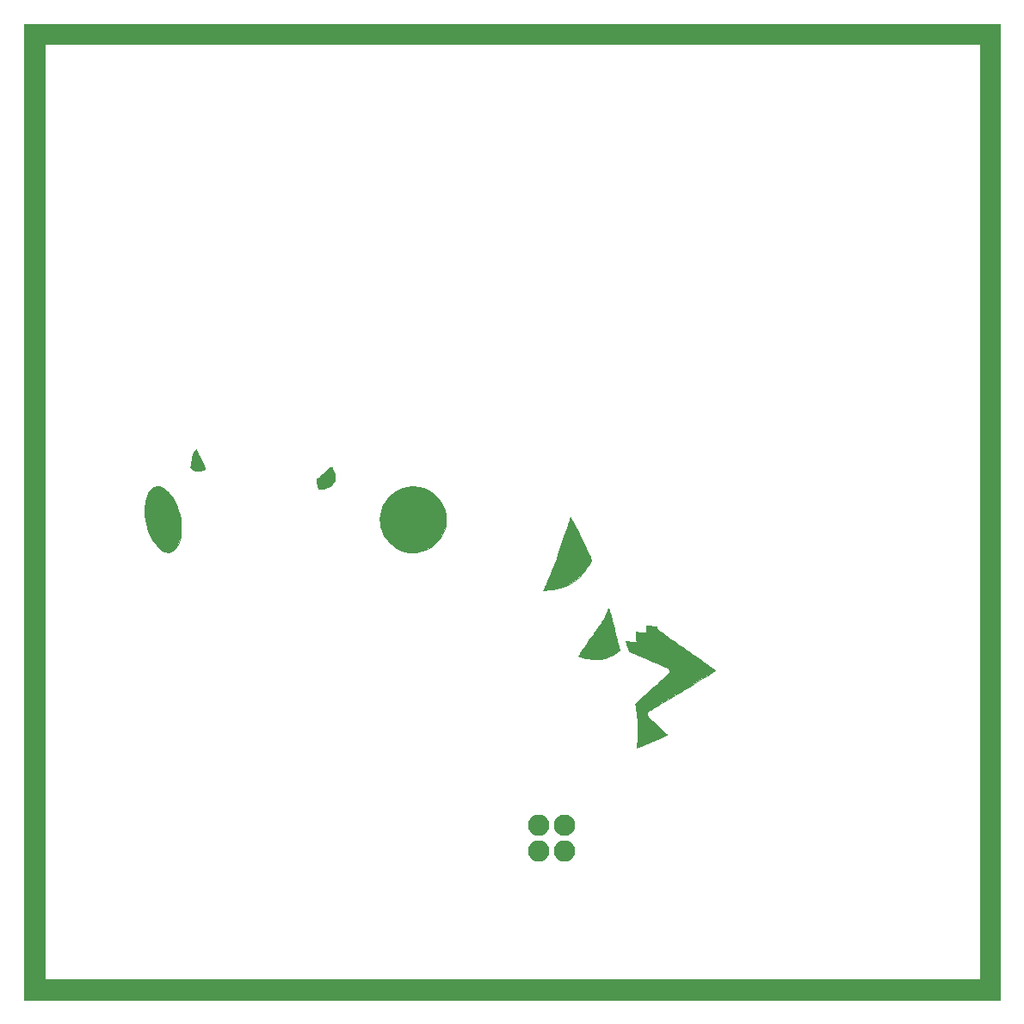
<source format=gts>
G04 #@! TF.FileFunction,Soldermask,Top*
%FSLAX46Y46*%
G04 Gerber Fmt 4.6, Leading zero omitted, Abs format (unit mm)*
G04 Created by KiCad (PCBNEW 4.0.7) date 07/16/18 22:17:09*
%MOMM*%
%LPD*%
G01*
G04 APERTURE LIST*
%ADD10C,0.100000*%
%ADD11C,0.010000*%
%ADD12C,2.100000*%
%ADD13O,2.100000X2.100000*%
G04 APERTURE END LIST*
D10*
D11*
G36*
X188468000Y-133096000D02*
X92477167Y-133096000D01*
X92477167Y-107041519D01*
X94470659Y-107041519D01*
X94470666Y-108185055D01*
X94470682Y-109308253D01*
X94470708Y-110410505D01*
X94470742Y-111491202D01*
X94470786Y-112549736D01*
X94470838Y-113585499D01*
X94470900Y-114597881D01*
X94470970Y-115586275D01*
X94471049Y-116550071D01*
X94471137Y-117488662D01*
X94471234Y-118401438D01*
X94471339Y-119287792D01*
X94471453Y-120147114D01*
X94471576Y-120978797D01*
X94471707Y-121782231D01*
X94471846Y-122556808D01*
X94471993Y-123301920D01*
X94472149Y-124016958D01*
X94472313Y-124701314D01*
X94472485Y-125354379D01*
X94472665Y-125975544D01*
X94472854Y-126564201D01*
X94473050Y-127119742D01*
X94473254Y-127641557D01*
X94473466Y-128129040D01*
X94473686Y-128581580D01*
X94473913Y-128998569D01*
X94474148Y-129379400D01*
X94474391Y-129723463D01*
X94474641Y-130030149D01*
X94474899Y-130298851D01*
X94475164Y-130528960D01*
X94475436Y-130719867D01*
X94475716Y-130870964D01*
X94476003Y-130981643D01*
X94476297Y-131051294D01*
X94476598Y-131079309D01*
X94476642Y-131079880D01*
X94484168Y-131080882D01*
X94506277Y-131081859D01*
X94543418Y-131082811D01*
X94596045Y-131083737D01*
X94664607Y-131084638D01*
X94749556Y-131085514D01*
X94851344Y-131086365D01*
X94970420Y-131087191D01*
X95107237Y-131087994D01*
X95262246Y-131088772D01*
X95435898Y-131089526D01*
X95628643Y-131090257D01*
X95840933Y-131090964D01*
X96073220Y-131091648D01*
X96325954Y-131092308D01*
X96599587Y-131092946D01*
X96894570Y-131093561D01*
X97211353Y-131094154D01*
X97550388Y-131094724D01*
X97912127Y-131095273D01*
X98297019Y-131095799D01*
X98705518Y-131096304D01*
X99138073Y-131096788D01*
X99595136Y-131097250D01*
X100077157Y-131097691D01*
X100584589Y-131098112D01*
X101117882Y-131098512D01*
X101677488Y-131098891D01*
X102263857Y-131099251D01*
X102877441Y-131099590D01*
X103518691Y-131099910D01*
X104188058Y-131100210D01*
X104885993Y-131100490D01*
X105612947Y-131100752D01*
X106369373Y-131100995D01*
X107155719Y-131101218D01*
X107972439Y-131101424D01*
X108819982Y-131101611D01*
X109698801Y-131101780D01*
X110609346Y-131101931D01*
X111552069Y-131102064D01*
X112527420Y-131102180D01*
X113535851Y-131102279D01*
X114577813Y-131102361D01*
X115653757Y-131102425D01*
X116764134Y-131102474D01*
X117909396Y-131102505D01*
X119089993Y-131102521D01*
X120306377Y-131102520D01*
X121558999Y-131102504D01*
X122848310Y-131102472D01*
X124174761Y-131102424D01*
X125538804Y-131102362D01*
X126940889Y-131102284D01*
X128381467Y-131102192D01*
X129860991Y-131102085D01*
X131379910Y-131101963D01*
X132938677Y-131101828D01*
X134537742Y-131101678D01*
X136177556Y-131101515D01*
X137858571Y-131101339D01*
X139581238Y-131101148D01*
X140477212Y-131101046D01*
X186467750Y-131095750D01*
X186467750Y-39105417D01*
X94477417Y-39105417D01*
X94472013Y-85079417D01*
X94471854Y-86475588D01*
X94471705Y-87861766D01*
X94471566Y-89237343D01*
X94471437Y-90601711D01*
X94471318Y-91954260D01*
X94471209Y-93294382D01*
X94471111Y-94621469D01*
X94471022Y-95934912D01*
X94470943Y-97234103D01*
X94470874Y-98518432D01*
X94470814Y-99787293D01*
X94470765Y-101040075D01*
X94470724Y-102276171D01*
X94470694Y-103494972D01*
X94470673Y-104695869D01*
X94470661Y-105878254D01*
X94470659Y-107041519D01*
X92477167Y-107041519D01*
X92477167Y-37105167D01*
X188468000Y-37105167D01*
X188468000Y-133096000D01*
X188468000Y-133096000D01*
G37*
X188468000Y-133096000D02*
X92477167Y-133096000D01*
X92477167Y-107041519D01*
X94470659Y-107041519D01*
X94470666Y-108185055D01*
X94470682Y-109308253D01*
X94470708Y-110410505D01*
X94470742Y-111491202D01*
X94470786Y-112549736D01*
X94470838Y-113585499D01*
X94470900Y-114597881D01*
X94470970Y-115586275D01*
X94471049Y-116550071D01*
X94471137Y-117488662D01*
X94471234Y-118401438D01*
X94471339Y-119287792D01*
X94471453Y-120147114D01*
X94471576Y-120978797D01*
X94471707Y-121782231D01*
X94471846Y-122556808D01*
X94471993Y-123301920D01*
X94472149Y-124016958D01*
X94472313Y-124701314D01*
X94472485Y-125354379D01*
X94472665Y-125975544D01*
X94472854Y-126564201D01*
X94473050Y-127119742D01*
X94473254Y-127641557D01*
X94473466Y-128129040D01*
X94473686Y-128581580D01*
X94473913Y-128998569D01*
X94474148Y-129379400D01*
X94474391Y-129723463D01*
X94474641Y-130030149D01*
X94474899Y-130298851D01*
X94475164Y-130528960D01*
X94475436Y-130719867D01*
X94475716Y-130870964D01*
X94476003Y-130981643D01*
X94476297Y-131051294D01*
X94476598Y-131079309D01*
X94476642Y-131079880D01*
X94484168Y-131080882D01*
X94506277Y-131081859D01*
X94543418Y-131082811D01*
X94596045Y-131083737D01*
X94664607Y-131084638D01*
X94749556Y-131085514D01*
X94851344Y-131086365D01*
X94970420Y-131087191D01*
X95107237Y-131087994D01*
X95262246Y-131088772D01*
X95435898Y-131089526D01*
X95628643Y-131090257D01*
X95840933Y-131090964D01*
X96073220Y-131091648D01*
X96325954Y-131092308D01*
X96599587Y-131092946D01*
X96894570Y-131093561D01*
X97211353Y-131094154D01*
X97550388Y-131094724D01*
X97912127Y-131095273D01*
X98297019Y-131095799D01*
X98705518Y-131096304D01*
X99138073Y-131096788D01*
X99595136Y-131097250D01*
X100077157Y-131097691D01*
X100584589Y-131098112D01*
X101117882Y-131098512D01*
X101677488Y-131098891D01*
X102263857Y-131099251D01*
X102877441Y-131099590D01*
X103518691Y-131099910D01*
X104188058Y-131100210D01*
X104885993Y-131100490D01*
X105612947Y-131100752D01*
X106369373Y-131100995D01*
X107155719Y-131101218D01*
X107972439Y-131101424D01*
X108819982Y-131101611D01*
X109698801Y-131101780D01*
X110609346Y-131101931D01*
X111552069Y-131102064D01*
X112527420Y-131102180D01*
X113535851Y-131102279D01*
X114577813Y-131102361D01*
X115653757Y-131102425D01*
X116764134Y-131102474D01*
X117909396Y-131102505D01*
X119089993Y-131102521D01*
X120306377Y-131102520D01*
X121558999Y-131102504D01*
X122848310Y-131102472D01*
X124174761Y-131102424D01*
X125538804Y-131102362D01*
X126940889Y-131102284D01*
X128381467Y-131102192D01*
X129860991Y-131102085D01*
X131379910Y-131101963D01*
X132938677Y-131101828D01*
X134537742Y-131101678D01*
X136177556Y-131101515D01*
X137858571Y-131101339D01*
X139581238Y-131101148D01*
X140477212Y-131101046D01*
X186467750Y-131095750D01*
X186467750Y-39105417D01*
X94477417Y-39105417D01*
X94472013Y-85079417D01*
X94471854Y-86475588D01*
X94471705Y-87861766D01*
X94471566Y-89237343D01*
X94471437Y-90601711D01*
X94471318Y-91954260D01*
X94471209Y-93294382D01*
X94471111Y-94621469D01*
X94471022Y-95934912D01*
X94470943Y-97234103D01*
X94470874Y-98518432D01*
X94470814Y-99787293D01*
X94470765Y-101040075D01*
X94470724Y-102276171D01*
X94470694Y-103494972D01*
X94470673Y-104695869D01*
X94470661Y-105878254D01*
X94470659Y-107041519D01*
X92477167Y-107041519D01*
X92477167Y-37105167D01*
X188468000Y-37105167D01*
X188468000Y-133096000D01*
G36*
X153723958Y-96289729D02*
X153788167Y-96296779D01*
X153878950Y-96307362D01*
X153988606Y-96320521D01*
X154109431Y-96335300D01*
X154233722Y-96350745D01*
X154353775Y-96365898D01*
X154461888Y-96379804D01*
X154550357Y-96391508D01*
X154611479Y-96400054D01*
X154635589Y-96403991D01*
X154665724Y-96419759D01*
X154683012Y-96458059D01*
X154691216Y-96509292D01*
X154711329Y-96591000D01*
X154747037Y-96662980D01*
X154752211Y-96670066D01*
X154774844Y-96689228D01*
X154830306Y-96731323D01*
X154916735Y-96795026D01*
X155032268Y-96879009D01*
X155175041Y-96981947D01*
X155343193Y-97102513D01*
X155534859Y-97239380D01*
X155748178Y-97391223D01*
X155981286Y-97556714D01*
X156232321Y-97734528D01*
X156499418Y-97923338D01*
X156780717Y-98121817D01*
X157074353Y-98328639D01*
X157378464Y-98542478D01*
X157628129Y-98717770D01*
X157938281Y-98935527D01*
X158238877Y-99146847D01*
X158528099Y-99350442D01*
X158804131Y-99545021D01*
X159065157Y-99729296D01*
X159309361Y-99901978D01*
X159534925Y-100061776D01*
X159740033Y-100207401D01*
X159922870Y-100337564D01*
X160081618Y-100450976D01*
X160214461Y-100546348D01*
X160319583Y-100622389D01*
X160395168Y-100677810D01*
X160439398Y-100711323D01*
X160450995Y-100721583D01*
X160432843Y-100734525D01*
X160380196Y-100768135D01*
X160294870Y-100821312D01*
X160178677Y-100892956D01*
X160033432Y-100981966D01*
X159860948Y-101087241D01*
X159663038Y-101207682D01*
X159441518Y-101342186D01*
X159198199Y-101489654D01*
X158934897Y-101648985D01*
X158653425Y-101819079D01*
X158355596Y-101998834D01*
X158043224Y-102187150D01*
X157718124Y-102382926D01*
X157382108Y-102585062D01*
X157180783Y-102706072D01*
X156838292Y-102911916D01*
X156505082Y-103112270D01*
X156183008Y-103306014D01*
X155873926Y-103492029D01*
X155579692Y-103669195D01*
X155302161Y-103836393D01*
X155043188Y-103992502D01*
X154804631Y-104136405D01*
X154588343Y-104266980D01*
X154396181Y-104383108D01*
X154230000Y-104483671D01*
X154091656Y-104567547D01*
X153983005Y-104633619D01*
X153905901Y-104680765D01*
X153862202Y-104707867D01*
X153853023Y-104713863D01*
X153785373Y-104787105D01*
X153738420Y-104884726D01*
X153718273Y-104991364D01*
X153720618Y-105046756D01*
X153735735Y-105117167D01*
X153757609Y-105177030D01*
X153765167Y-105190595D01*
X153785842Y-105213391D01*
X153834585Y-105262547D01*
X153908641Y-105335405D01*
X154005256Y-105429307D01*
X154121673Y-105541596D01*
X154255138Y-105669615D01*
X154402893Y-105810706D01*
X154562185Y-105962212D01*
X154730256Y-106121476D01*
X154740069Y-106130756D01*
X154907161Y-106288967D01*
X155064592Y-106438415D01*
X155209752Y-106576596D01*
X155340031Y-106701008D01*
X155452820Y-106809148D01*
X155545508Y-106898513D01*
X155615486Y-106966601D01*
X155660144Y-107010908D01*
X155676873Y-107028931D01*
X155676908Y-107029193D01*
X155656327Y-107038938D01*
X155600538Y-107063845D01*
X155513210Y-107102327D01*
X155398012Y-107152794D01*
X155258613Y-107213657D01*
X155098682Y-107283328D01*
X154921890Y-107360218D01*
X154731904Y-107442737D01*
X154532395Y-107529298D01*
X154327031Y-107618310D01*
X154119483Y-107708186D01*
X153913419Y-107797336D01*
X153712508Y-107884171D01*
X153520420Y-107967104D01*
X153340824Y-108044544D01*
X153177389Y-108114903D01*
X153033786Y-108176592D01*
X152913682Y-108228022D01*
X152820747Y-108267605D01*
X152758650Y-108293751D01*
X152731062Y-108304871D01*
X152730411Y-108305077D01*
X152704507Y-108307526D01*
X152697546Y-108287555D01*
X152703467Y-108244285D01*
X152747664Y-107949932D01*
X152780545Y-107620555D01*
X152802106Y-107261923D01*
X152812343Y-106879807D01*
X152811249Y-106479978D01*
X152798820Y-106068206D01*
X152775051Y-105650260D01*
X152739937Y-105231911D01*
X152706370Y-104923167D01*
X152690444Y-104794042D01*
X152672558Y-104655318D01*
X152653705Y-104514049D01*
X152634876Y-104377293D01*
X152617065Y-104252105D01*
X152601262Y-104145541D01*
X152588461Y-104064658D01*
X152579652Y-104016512D01*
X152577874Y-104009289D01*
X152585485Y-103994665D01*
X152612868Y-103963144D01*
X152661119Y-103913712D01*
X152731334Y-103845354D01*
X152824612Y-103757057D01*
X152942047Y-103647806D01*
X153084738Y-103516586D01*
X153253780Y-103362384D01*
X153450272Y-103184185D01*
X153675308Y-102980974D01*
X153929987Y-102751738D01*
X154195397Y-102513411D01*
X154420217Y-102311562D01*
X154636706Y-102116879D01*
X154842709Y-101931318D01*
X155036068Y-101756836D01*
X155214627Y-101595389D01*
X155376231Y-101448932D01*
X155518722Y-101319423D01*
X155639946Y-101208817D01*
X155737744Y-101119070D01*
X155809962Y-101052139D01*
X155854442Y-101009979D01*
X155868417Y-100995650D01*
X155924254Y-100892615D01*
X155944048Y-100778701D01*
X155928361Y-100664290D01*
X155877755Y-100559765D01*
X155842535Y-100517483D01*
X155824759Y-100503207D01*
X155794037Y-100484292D01*
X155748262Y-100459815D01*
X155685330Y-100428852D01*
X155603134Y-100390478D01*
X155499568Y-100343770D01*
X155372525Y-100287803D01*
X155219900Y-100221655D01*
X155039587Y-100144399D01*
X154829480Y-100055114D01*
X154587473Y-99952874D01*
X154311459Y-99836755D01*
X153999333Y-99705834D01*
X153850898Y-99643671D01*
X151925712Y-98837750D01*
X151774523Y-98329750D01*
X151727721Y-98169276D01*
X151690510Y-98034939D01*
X151663689Y-97929943D01*
X151648057Y-97857490D01*
X151644414Y-97820785D01*
X151646542Y-97816818D01*
X151673224Y-97818204D01*
X151735776Y-97824735D01*
X151828145Y-97835673D01*
X151944278Y-97850286D01*
X152078123Y-97867838D01*
X152177750Y-97881294D01*
X152336390Y-97902886D01*
X152458068Y-97918976D01*
X152547761Y-97929816D01*
X152610447Y-97935659D01*
X152651105Y-97936759D01*
X152674712Y-97933368D01*
X152686246Y-97925738D01*
X152690685Y-97914123D01*
X152691731Y-97907393D01*
X152691161Y-97874282D01*
X152686215Y-97805885D01*
X152677515Y-97708951D01*
X152665681Y-97590234D01*
X152651338Y-97456482D01*
X152644931Y-97399356D01*
X152630055Y-97263893D01*
X152617754Y-97143024D01*
X152608575Y-97042917D01*
X152603067Y-96969739D01*
X152601776Y-96929657D01*
X152602717Y-96924061D01*
X152625871Y-96922818D01*
X152685309Y-96924950D01*
X152775148Y-96930092D01*
X152889503Y-96937882D01*
X153022490Y-96947956D01*
X153125767Y-96956361D01*
X153268845Y-96967959D01*
X153397837Y-96977709D01*
X153506778Y-96985218D01*
X153589703Y-96990092D01*
X153640647Y-96991938D01*
X153654125Y-96991199D01*
X153659430Y-96968414D01*
X153663982Y-96910504D01*
X153667460Y-96824672D01*
X153669544Y-96718124D01*
X153670000Y-96635167D01*
X153671076Y-96492380D01*
X153674428Y-96389213D01*
X153680238Y-96323005D01*
X153688692Y-96291093D01*
X153694029Y-96287167D01*
X153723958Y-96289729D01*
X153723958Y-96289729D01*
G37*
X153723958Y-96289729D02*
X153788167Y-96296779D01*
X153878950Y-96307362D01*
X153988606Y-96320521D01*
X154109431Y-96335300D01*
X154233722Y-96350745D01*
X154353775Y-96365898D01*
X154461888Y-96379804D01*
X154550357Y-96391508D01*
X154611479Y-96400054D01*
X154635589Y-96403991D01*
X154665724Y-96419759D01*
X154683012Y-96458059D01*
X154691216Y-96509292D01*
X154711329Y-96591000D01*
X154747037Y-96662980D01*
X154752211Y-96670066D01*
X154774844Y-96689228D01*
X154830306Y-96731323D01*
X154916735Y-96795026D01*
X155032268Y-96879009D01*
X155175041Y-96981947D01*
X155343193Y-97102513D01*
X155534859Y-97239380D01*
X155748178Y-97391223D01*
X155981286Y-97556714D01*
X156232321Y-97734528D01*
X156499418Y-97923338D01*
X156780717Y-98121817D01*
X157074353Y-98328639D01*
X157378464Y-98542478D01*
X157628129Y-98717770D01*
X157938281Y-98935527D01*
X158238877Y-99146847D01*
X158528099Y-99350442D01*
X158804131Y-99545021D01*
X159065157Y-99729296D01*
X159309361Y-99901978D01*
X159534925Y-100061776D01*
X159740033Y-100207401D01*
X159922870Y-100337564D01*
X160081618Y-100450976D01*
X160214461Y-100546348D01*
X160319583Y-100622389D01*
X160395168Y-100677810D01*
X160439398Y-100711323D01*
X160450995Y-100721583D01*
X160432843Y-100734525D01*
X160380196Y-100768135D01*
X160294870Y-100821312D01*
X160178677Y-100892956D01*
X160033432Y-100981966D01*
X159860948Y-101087241D01*
X159663038Y-101207682D01*
X159441518Y-101342186D01*
X159198199Y-101489654D01*
X158934897Y-101648985D01*
X158653425Y-101819079D01*
X158355596Y-101998834D01*
X158043224Y-102187150D01*
X157718124Y-102382926D01*
X157382108Y-102585062D01*
X157180783Y-102706072D01*
X156838292Y-102911916D01*
X156505082Y-103112270D01*
X156183008Y-103306014D01*
X155873926Y-103492029D01*
X155579692Y-103669195D01*
X155302161Y-103836393D01*
X155043188Y-103992502D01*
X154804631Y-104136405D01*
X154588343Y-104266980D01*
X154396181Y-104383108D01*
X154230000Y-104483671D01*
X154091656Y-104567547D01*
X153983005Y-104633619D01*
X153905901Y-104680765D01*
X153862202Y-104707867D01*
X153853023Y-104713863D01*
X153785373Y-104787105D01*
X153738420Y-104884726D01*
X153718273Y-104991364D01*
X153720618Y-105046756D01*
X153735735Y-105117167D01*
X153757609Y-105177030D01*
X153765167Y-105190595D01*
X153785842Y-105213391D01*
X153834585Y-105262547D01*
X153908641Y-105335405D01*
X154005256Y-105429307D01*
X154121673Y-105541596D01*
X154255138Y-105669615D01*
X154402893Y-105810706D01*
X154562185Y-105962212D01*
X154730256Y-106121476D01*
X154740069Y-106130756D01*
X154907161Y-106288967D01*
X155064592Y-106438415D01*
X155209752Y-106576596D01*
X155340031Y-106701008D01*
X155452820Y-106809148D01*
X155545508Y-106898513D01*
X155615486Y-106966601D01*
X155660144Y-107010908D01*
X155676873Y-107028931D01*
X155676908Y-107029193D01*
X155656327Y-107038938D01*
X155600538Y-107063845D01*
X155513210Y-107102327D01*
X155398012Y-107152794D01*
X155258613Y-107213657D01*
X155098682Y-107283328D01*
X154921890Y-107360218D01*
X154731904Y-107442737D01*
X154532395Y-107529298D01*
X154327031Y-107618310D01*
X154119483Y-107708186D01*
X153913419Y-107797336D01*
X153712508Y-107884171D01*
X153520420Y-107967104D01*
X153340824Y-108044544D01*
X153177389Y-108114903D01*
X153033786Y-108176592D01*
X152913682Y-108228022D01*
X152820747Y-108267605D01*
X152758650Y-108293751D01*
X152731062Y-108304871D01*
X152730411Y-108305077D01*
X152704507Y-108307526D01*
X152697546Y-108287555D01*
X152703467Y-108244285D01*
X152747664Y-107949932D01*
X152780545Y-107620555D01*
X152802106Y-107261923D01*
X152812343Y-106879807D01*
X152811249Y-106479978D01*
X152798820Y-106068206D01*
X152775051Y-105650260D01*
X152739937Y-105231911D01*
X152706370Y-104923167D01*
X152690444Y-104794042D01*
X152672558Y-104655318D01*
X152653705Y-104514049D01*
X152634876Y-104377293D01*
X152617065Y-104252105D01*
X152601262Y-104145541D01*
X152588461Y-104064658D01*
X152579652Y-104016512D01*
X152577874Y-104009289D01*
X152585485Y-103994665D01*
X152612868Y-103963144D01*
X152661119Y-103913712D01*
X152731334Y-103845354D01*
X152824612Y-103757057D01*
X152942047Y-103647806D01*
X153084738Y-103516586D01*
X153253780Y-103362384D01*
X153450272Y-103184185D01*
X153675308Y-102980974D01*
X153929987Y-102751738D01*
X154195397Y-102513411D01*
X154420217Y-102311562D01*
X154636706Y-102116879D01*
X154842709Y-101931318D01*
X155036068Y-101756836D01*
X155214627Y-101595389D01*
X155376231Y-101448932D01*
X155518722Y-101319423D01*
X155639946Y-101208817D01*
X155737744Y-101119070D01*
X155809962Y-101052139D01*
X155854442Y-101009979D01*
X155868417Y-100995650D01*
X155924254Y-100892615D01*
X155944048Y-100778701D01*
X155928361Y-100664290D01*
X155877755Y-100559765D01*
X155842535Y-100517483D01*
X155824759Y-100503207D01*
X155794037Y-100484292D01*
X155748262Y-100459815D01*
X155685330Y-100428852D01*
X155603134Y-100390478D01*
X155499568Y-100343770D01*
X155372525Y-100287803D01*
X155219900Y-100221655D01*
X155039587Y-100144399D01*
X154829480Y-100055114D01*
X154587473Y-99952874D01*
X154311459Y-99836755D01*
X153999333Y-99705834D01*
X153850898Y-99643671D01*
X151925712Y-98837750D01*
X151774523Y-98329750D01*
X151727721Y-98169276D01*
X151690510Y-98034939D01*
X151663689Y-97929943D01*
X151648057Y-97857490D01*
X151644414Y-97820785D01*
X151646542Y-97816818D01*
X151673224Y-97818204D01*
X151735776Y-97824735D01*
X151828145Y-97835673D01*
X151944278Y-97850286D01*
X152078123Y-97867838D01*
X152177750Y-97881294D01*
X152336390Y-97902886D01*
X152458068Y-97918976D01*
X152547761Y-97929816D01*
X152610447Y-97935659D01*
X152651105Y-97936759D01*
X152674712Y-97933368D01*
X152686246Y-97925738D01*
X152690685Y-97914123D01*
X152691731Y-97907393D01*
X152691161Y-97874282D01*
X152686215Y-97805885D01*
X152677515Y-97708951D01*
X152665681Y-97590234D01*
X152651338Y-97456482D01*
X152644931Y-97399356D01*
X152630055Y-97263893D01*
X152617754Y-97143024D01*
X152608575Y-97042917D01*
X152603067Y-96969739D01*
X152601776Y-96929657D01*
X152602717Y-96924061D01*
X152625871Y-96922818D01*
X152685309Y-96924950D01*
X152775148Y-96930092D01*
X152889503Y-96937882D01*
X153022490Y-96947956D01*
X153125767Y-96956361D01*
X153268845Y-96967959D01*
X153397837Y-96977709D01*
X153506778Y-96985218D01*
X153589703Y-96990092D01*
X153640647Y-96991938D01*
X153654125Y-96991199D01*
X153659430Y-96968414D01*
X153663982Y-96910504D01*
X153667460Y-96824672D01*
X153669544Y-96718124D01*
X153670000Y-96635167D01*
X153671076Y-96492380D01*
X153674428Y-96389213D01*
X153680238Y-96323005D01*
X153688692Y-96291093D01*
X153694029Y-96287167D01*
X153723958Y-96289729D01*
G36*
X149952590Y-94593833D02*
X149967025Y-94638534D01*
X149990531Y-94714822D01*
X150020405Y-94813620D01*
X150053942Y-94925853D01*
X150088440Y-95042445D01*
X150121195Y-95154320D01*
X150149503Y-95252401D01*
X150163806Y-95302917D01*
X150201972Y-95443442D01*
X150247974Y-95619973D01*
X150300489Y-95827183D01*
X150358194Y-96059748D01*
X150419764Y-96312341D01*
X150483876Y-96579637D01*
X150537345Y-96805750D01*
X150611382Y-97119435D01*
X150677333Y-97395695D01*
X150736176Y-97638458D01*
X150788888Y-97851651D01*
X150836445Y-98039200D01*
X150879823Y-98205034D01*
X150920000Y-98353079D01*
X150939351Y-98422216D01*
X150972276Y-98539758D01*
X150994314Y-98623343D01*
X151006434Y-98679652D01*
X151009605Y-98715368D01*
X151004795Y-98737172D01*
X150992974Y-98751746D01*
X150987741Y-98756074D01*
X150892595Y-98826483D01*
X150770387Y-98910006D01*
X150631483Y-99000181D01*
X150486245Y-99090548D01*
X150345040Y-99174644D01*
X150218231Y-99246008D01*
X150124583Y-99294199D01*
X149928097Y-99384589D01*
X149753685Y-99455429D01*
X149591107Y-99509066D01*
X149430124Y-99547844D01*
X149260496Y-99574109D01*
X149071984Y-99590207D01*
X148854346Y-99598483D01*
X148791083Y-99599653D01*
X148654082Y-99601292D01*
X148527966Y-99601924D01*
X148420150Y-99601581D01*
X148338049Y-99600295D01*
X148289079Y-99598099D01*
X148283083Y-99597441D01*
X147974409Y-99547868D01*
X147687646Y-99489202D01*
X147402623Y-99416962D01*
X147185995Y-99353671D01*
X147088774Y-99322367D01*
X147027237Y-99298252D01*
X146995903Y-99278650D01*
X146989288Y-99260886D01*
X146990137Y-99258089D01*
X147006281Y-99228952D01*
X147043061Y-99169591D01*
X147097304Y-99084787D01*
X147165837Y-98979321D01*
X147245490Y-98857975D01*
X147333090Y-98725528D01*
X147425466Y-98586763D01*
X147519445Y-98446460D01*
X147611857Y-98309400D01*
X147699528Y-98180365D01*
X147779288Y-98064135D01*
X147842639Y-97973069D01*
X147912106Y-97874982D01*
X148001524Y-97750065D01*
X148105678Y-97605532D01*
X148219352Y-97448592D01*
X148337330Y-97286457D01*
X148454395Y-97126338D01*
X148503266Y-97059750D01*
X148722549Y-96758535D01*
X148916510Y-96485682D01*
X149087400Y-96237434D01*
X149237473Y-96010033D01*
X149368981Y-95799720D01*
X149484177Y-95602738D01*
X149585312Y-95415328D01*
X149674641Y-95233734D01*
X149754414Y-95054196D01*
X149826885Y-94872957D01*
X149848130Y-94816083D01*
X149883602Y-94724078D01*
X149914622Y-94651882D01*
X149938227Y-94605799D01*
X149951455Y-94592134D01*
X149952590Y-94593833D01*
X149952590Y-94593833D01*
G37*
X149952590Y-94593833D02*
X149967025Y-94638534D01*
X149990531Y-94714822D01*
X150020405Y-94813620D01*
X150053942Y-94925853D01*
X150088440Y-95042445D01*
X150121195Y-95154320D01*
X150149503Y-95252401D01*
X150163806Y-95302917D01*
X150201972Y-95443442D01*
X150247974Y-95619973D01*
X150300489Y-95827183D01*
X150358194Y-96059748D01*
X150419764Y-96312341D01*
X150483876Y-96579637D01*
X150537345Y-96805750D01*
X150611382Y-97119435D01*
X150677333Y-97395695D01*
X150736176Y-97638458D01*
X150788888Y-97851651D01*
X150836445Y-98039200D01*
X150879823Y-98205034D01*
X150920000Y-98353079D01*
X150939351Y-98422216D01*
X150972276Y-98539758D01*
X150994314Y-98623343D01*
X151006434Y-98679652D01*
X151009605Y-98715368D01*
X151004795Y-98737172D01*
X150992974Y-98751746D01*
X150987741Y-98756074D01*
X150892595Y-98826483D01*
X150770387Y-98910006D01*
X150631483Y-99000181D01*
X150486245Y-99090548D01*
X150345040Y-99174644D01*
X150218231Y-99246008D01*
X150124583Y-99294199D01*
X149928097Y-99384589D01*
X149753685Y-99455429D01*
X149591107Y-99509066D01*
X149430124Y-99547844D01*
X149260496Y-99574109D01*
X149071984Y-99590207D01*
X148854346Y-99598483D01*
X148791083Y-99599653D01*
X148654082Y-99601292D01*
X148527966Y-99601924D01*
X148420150Y-99601581D01*
X148338049Y-99600295D01*
X148289079Y-99598099D01*
X148283083Y-99597441D01*
X147974409Y-99547868D01*
X147687646Y-99489202D01*
X147402623Y-99416962D01*
X147185995Y-99353671D01*
X147088774Y-99322367D01*
X147027237Y-99298252D01*
X146995903Y-99278650D01*
X146989288Y-99260886D01*
X146990137Y-99258089D01*
X147006281Y-99228952D01*
X147043061Y-99169591D01*
X147097304Y-99084787D01*
X147165837Y-98979321D01*
X147245490Y-98857975D01*
X147333090Y-98725528D01*
X147425466Y-98586763D01*
X147519445Y-98446460D01*
X147611857Y-98309400D01*
X147699528Y-98180365D01*
X147779288Y-98064135D01*
X147842639Y-97973069D01*
X147912106Y-97874982D01*
X148001524Y-97750065D01*
X148105678Y-97605532D01*
X148219352Y-97448592D01*
X148337330Y-97286457D01*
X148454395Y-97126338D01*
X148503266Y-97059750D01*
X148722549Y-96758535D01*
X148916510Y-96485682D01*
X149087400Y-96237434D01*
X149237473Y-96010033D01*
X149368981Y-95799720D01*
X149484177Y-95602738D01*
X149585312Y-95415328D01*
X149674641Y-95233734D01*
X149754414Y-95054196D01*
X149826885Y-94872957D01*
X149848130Y-94816083D01*
X149883602Y-94724078D01*
X149914622Y-94651882D01*
X149938227Y-94605799D01*
X149951455Y-94592134D01*
X149952590Y-94593833D01*
G36*
X146199847Y-85638156D02*
X146229274Y-85687228D01*
X146273882Y-85767061D01*
X146331831Y-85874087D01*
X146401283Y-86004734D01*
X146480398Y-86155434D01*
X146567340Y-86322617D01*
X146660268Y-86502712D01*
X146757344Y-86692150D01*
X146856729Y-86887362D01*
X146956585Y-87084776D01*
X147055074Y-87280824D01*
X147150356Y-87471936D01*
X147240592Y-87654542D01*
X147323945Y-87825072D01*
X147363015Y-87905833D01*
X147482863Y-88156150D01*
X147603373Y-88410808D01*
X147721665Y-88663559D01*
X147834860Y-88908149D01*
X147940077Y-89138330D01*
X148034437Y-89347848D01*
X148115059Y-89530454D01*
X148165469Y-89647617D01*
X148253522Y-89855484D01*
X148164623Y-90018033D01*
X147971661Y-90347917D01*
X147759335Y-90669212D01*
X147532489Y-90975889D01*
X147295969Y-91261921D01*
X147054620Y-91521278D01*
X146813284Y-91747934D01*
X146695583Y-91845963D01*
X146457562Y-92023234D01*
X146215098Y-92178261D01*
X145963461Y-92312721D01*
X145697920Y-92428291D01*
X145413745Y-92526649D01*
X145106205Y-92609472D01*
X144770570Y-92678438D01*
X144402109Y-92735224D01*
X144081500Y-92772910D01*
X143948196Y-92786889D01*
X143824315Y-92800125D01*
X143717960Y-92811732D01*
X143637240Y-92820827D01*
X143590258Y-92826522D01*
X143589375Y-92826642D01*
X143538677Y-92829149D01*
X143511470Y-92821868D01*
X143510000Y-92818415D01*
X143518946Y-92793629D01*
X143543574Y-92738162D01*
X143580572Y-92659168D01*
X143626624Y-92563799D01*
X143649867Y-92516540D01*
X143797727Y-92211856D01*
X143943150Y-91900216D01*
X144087090Y-91579075D01*
X144230500Y-91245887D01*
X144374332Y-90898109D01*
X144519540Y-90533194D01*
X144667077Y-90148597D01*
X144817895Y-89741775D01*
X144972949Y-89310181D01*
X145133190Y-88851270D01*
X145299571Y-88362498D01*
X145473047Y-87841319D01*
X145654569Y-87285189D01*
X145845092Y-86691561D01*
X145923519Y-86444667D01*
X145979756Y-86267432D01*
X146032050Y-86103166D01*
X146079022Y-85956166D01*
X146119290Y-85830730D01*
X146151474Y-85731153D01*
X146174191Y-85661734D01*
X146186062Y-85626770D01*
X146187438Y-85623416D01*
X146199847Y-85638156D01*
X146199847Y-85638156D01*
G37*
X146199847Y-85638156D02*
X146229274Y-85687228D01*
X146273882Y-85767061D01*
X146331831Y-85874087D01*
X146401283Y-86004734D01*
X146480398Y-86155434D01*
X146567340Y-86322617D01*
X146660268Y-86502712D01*
X146757344Y-86692150D01*
X146856729Y-86887362D01*
X146956585Y-87084776D01*
X147055074Y-87280824D01*
X147150356Y-87471936D01*
X147240592Y-87654542D01*
X147323945Y-87825072D01*
X147363015Y-87905833D01*
X147482863Y-88156150D01*
X147603373Y-88410808D01*
X147721665Y-88663559D01*
X147834860Y-88908149D01*
X147940077Y-89138330D01*
X148034437Y-89347848D01*
X148115059Y-89530454D01*
X148165469Y-89647617D01*
X148253522Y-89855484D01*
X148164623Y-90018033D01*
X147971661Y-90347917D01*
X147759335Y-90669212D01*
X147532489Y-90975889D01*
X147295969Y-91261921D01*
X147054620Y-91521278D01*
X146813284Y-91747934D01*
X146695583Y-91845963D01*
X146457562Y-92023234D01*
X146215098Y-92178261D01*
X145963461Y-92312721D01*
X145697920Y-92428291D01*
X145413745Y-92526649D01*
X145106205Y-92609472D01*
X144770570Y-92678438D01*
X144402109Y-92735224D01*
X144081500Y-92772910D01*
X143948196Y-92786889D01*
X143824315Y-92800125D01*
X143717960Y-92811732D01*
X143637240Y-92820827D01*
X143590258Y-92826522D01*
X143589375Y-92826642D01*
X143538677Y-92829149D01*
X143511470Y-92821868D01*
X143510000Y-92818415D01*
X143518946Y-92793629D01*
X143543574Y-92738162D01*
X143580572Y-92659168D01*
X143626624Y-92563799D01*
X143649867Y-92516540D01*
X143797727Y-92211856D01*
X143943150Y-91900216D01*
X144087090Y-91579075D01*
X144230500Y-91245887D01*
X144374332Y-90898109D01*
X144519540Y-90533194D01*
X144667077Y-90148597D01*
X144817895Y-89741775D01*
X144972949Y-89310181D01*
X145133190Y-88851270D01*
X145299571Y-88362498D01*
X145473047Y-87841319D01*
X145654569Y-87285189D01*
X145845092Y-86691561D01*
X145923519Y-86444667D01*
X145979756Y-86267432D01*
X146032050Y-86103166D01*
X146079022Y-85956166D01*
X146119290Y-85830730D01*
X146151474Y-85731153D01*
X146174191Y-85661734D01*
X146186062Y-85626770D01*
X146187438Y-85623416D01*
X146199847Y-85638156D01*
G36*
X105720186Y-82626029D02*
X105917757Y-82674697D01*
X106119035Y-82765432D01*
X106323930Y-82898193D01*
X106532347Y-83072936D01*
X106559850Y-83098882D01*
X106780784Y-83336107D01*
X106986856Y-83610148D01*
X107176560Y-83917650D01*
X107348392Y-84255258D01*
X107500845Y-84619616D01*
X107632415Y-85007369D01*
X107741595Y-85415163D01*
X107826881Y-85839642D01*
X107847385Y-85968417D01*
X107859528Y-86078884D01*
X107868511Y-86221199D01*
X107874398Y-86387002D01*
X107877248Y-86567932D01*
X107877126Y-86755633D01*
X107874091Y-86941743D01*
X107868205Y-87117903D01*
X107859532Y-87275756D01*
X107848131Y-87406940D01*
X107836127Y-87492417D01*
X107767593Y-87799752D01*
X107681171Y-88077308D01*
X107578021Y-88323812D01*
X107459304Y-88537988D01*
X107326183Y-88718560D01*
X107179818Y-88864255D01*
X107021371Y-88973797D01*
X106852002Y-89045910D01*
X106672874Y-89079322D01*
X106485147Y-89072755D01*
X106409249Y-89058948D01*
X106230888Y-89005324D01*
X106057593Y-88923615D01*
X105884183Y-88810594D01*
X105705477Y-88663033D01*
X105578591Y-88541622D01*
X105358895Y-88293950D01*
X105156120Y-88011639D01*
X104971540Y-87699386D01*
X104806429Y-87361887D01*
X104662062Y-87003839D01*
X104539711Y-86629940D01*
X104440652Y-86244885D01*
X104366158Y-85853371D01*
X104317503Y-85460095D01*
X104295961Y-85069754D01*
X104302807Y-84687045D01*
X104339315Y-84316663D01*
X104375297Y-84105750D01*
X104443738Y-83822772D01*
X104530767Y-83562391D01*
X104634502Y-83328209D01*
X104753060Y-83123828D01*
X104884560Y-82952849D01*
X105027120Y-82818874D01*
X105060652Y-82794110D01*
X105193874Y-82710886D01*
X105319334Y-82657221D01*
X105452527Y-82627306D01*
X105526417Y-82619473D01*
X105720186Y-82626029D01*
X105720186Y-82626029D01*
G37*
X105720186Y-82626029D02*
X105917757Y-82674697D01*
X106119035Y-82765432D01*
X106323930Y-82898193D01*
X106532347Y-83072936D01*
X106559850Y-83098882D01*
X106780784Y-83336107D01*
X106986856Y-83610148D01*
X107176560Y-83917650D01*
X107348392Y-84255258D01*
X107500845Y-84619616D01*
X107632415Y-85007369D01*
X107741595Y-85415163D01*
X107826881Y-85839642D01*
X107847385Y-85968417D01*
X107859528Y-86078884D01*
X107868511Y-86221199D01*
X107874398Y-86387002D01*
X107877248Y-86567932D01*
X107877126Y-86755633D01*
X107874091Y-86941743D01*
X107868205Y-87117903D01*
X107859532Y-87275756D01*
X107848131Y-87406940D01*
X107836127Y-87492417D01*
X107767593Y-87799752D01*
X107681171Y-88077308D01*
X107578021Y-88323812D01*
X107459304Y-88537988D01*
X107326183Y-88718560D01*
X107179818Y-88864255D01*
X107021371Y-88973797D01*
X106852002Y-89045910D01*
X106672874Y-89079322D01*
X106485147Y-89072755D01*
X106409249Y-89058948D01*
X106230888Y-89005324D01*
X106057593Y-88923615D01*
X105884183Y-88810594D01*
X105705477Y-88663033D01*
X105578591Y-88541622D01*
X105358895Y-88293950D01*
X105156120Y-88011639D01*
X104971540Y-87699386D01*
X104806429Y-87361887D01*
X104662062Y-87003839D01*
X104539711Y-86629940D01*
X104440652Y-86244885D01*
X104366158Y-85853371D01*
X104317503Y-85460095D01*
X104295961Y-85069754D01*
X104302807Y-84687045D01*
X104339315Y-84316663D01*
X104375297Y-84105750D01*
X104443738Y-83822772D01*
X104530767Y-83562391D01*
X104634502Y-83328209D01*
X104753060Y-83123828D01*
X104884560Y-82952849D01*
X105027120Y-82818874D01*
X105060652Y-82794110D01*
X105193874Y-82710886D01*
X105319334Y-82657221D01*
X105452527Y-82627306D01*
X105526417Y-82619473D01*
X105720186Y-82626029D01*
G36*
X130858701Y-82621680D02*
X131021496Y-82630003D01*
X131169264Y-82642084D01*
X131291134Y-82657578D01*
X131339167Y-82666543D01*
X131703574Y-82766604D01*
X132048783Y-82903324D01*
X132372695Y-83075084D01*
X132673211Y-83280269D01*
X132948232Y-83517262D01*
X133195658Y-83784446D01*
X133413391Y-84080204D01*
X133599331Y-84402918D01*
X133603039Y-84410290D01*
X133676587Y-84573352D01*
X133748503Y-84762323D01*
X133813368Y-84960945D01*
X133865760Y-85152965D01*
X133893177Y-85280500D01*
X133914058Y-85434137D01*
X133927091Y-85615827D01*
X133932282Y-85812562D01*
X133929640Y-86011334D01*
X133919171Y-86199135D01*
X133900884Y-86362957D01*
X133892508Y-86412917D01*
X133804297Y-86773471D01*
X133678959Y-87116396D01*
X133518668Y-87439481D01*
X133325596Y-87740516D01*
X133101917Y-88017291D01*
X132849804Y-88267596D01*
X132571429Y-88489220D01*
X132268967Y-88679953D01*
X131944589Y-88837584D01*
X131600470Y-88959903D01*
X131320169Y-89029293D01*
X131193977Y-89049080D01*
X131038731Y-89064677D01*
X130867026Y-89075600D01*
X130691458Y-89081362D01*
X130524622Y-89081479D01*
X130379114Y-89075465D01*
X130304871Y-89068412D01*
X129943416Y-89002230D01*
X129596097Y-88897476D01*
X129265477Y-88756263D01*
X128954119Y-88580705D01*
X128664586Y-88372918D01*
X128399439Y-88135014D01*
X128161242Y-87869108D01*
X127952556Y-87577314D01*
X127775945Y-87261747D01*
X127633970Y-86924521D01*
X127605573Y-86841328D01*
X127514173Y-86494162D01*
X127463055Y-86139944D01*
X127451614Y-85782587D01*
X127479242Y-85426004D01*
X127545334Y-85074106D01*
X127649283Y-84730808D01*
X127790484Y-84400020D01*
X127968328Y-84085656D01*
X128051735Y-83962367D01*
X128141803Y-83846433D01*
X128255620Y-83715962D01*
X128383393Y-83580957D01*
X128515333Y-83451424D01*
X128641650Y-83337365D01*
X128743861Y-83255155D01*
X129053093Y-83052126D01*
X129382512Y-82884730D01*
X129727592Y-82754804D01*
X130083806Y-82664191D01*
X130274714Y-82632847D01*
X130388887Y-82622698D01*
X130531524Y-82617683D01*
X130691753Y-82617459D01*
X130858701Y-82621680D01*
X130858701Y-82621680D01*
G37*
X130858701Y-82621680D02*
X131021496Y-82630003D01*
X131169264Y-82642084D01*
X131291134Y-82657578D01*
X131339167Y-82666543D01*
X131703574Y-82766604D01*
X132048783Y-82903324D01*
X132372695Y-83075084D01*
X132673211Y-83280269D01*
X132948232Y-83517262D01*
X133195658Y-83784446D01*
X133413391Y-84080204D01*
X133599331Y-84402918D01*
X133603039Y-84410290D01*
X133676587Y-84573352D01*
X133748503Y-84762323D01*
X133813368Y-84960945D01*
X133865760Y-85152965D01*
X133893177Y-85280500D01*
X133914058Y-85434137D01*
X133927091Y-85615827D01*
X133932282Y-85812562D01*
X133929640Y-86011334D01*
X133919171Y-86199135D01*
X133900884Y-86362957D01*
X133892508Y-86412917D01*
X133804297Y-86773471D01*
X133678959Y-87116396D01*
X133518668Y-87439481D01*
X133325596Y-87740516D01*
X133101917Y-88017291D01*
X132849804Y-88267596D01*
X132571429Y-88489220D01*
X132268967Y-88679953D01*
X131944589Y-88837584D01*
X131600470Y-88959903D01*
X131320169Y-89029293D01*
X131193977Y-89049080D01*
X131038731Y-89064677D01*
X130867026Y-89075600D01*
X130691458Y-89081362D01*
X130524622Y-89081479D01*
X130379114Y-89075465D01*
X130304871Y-89068412D01*
X129943416Y-89002230D01*
X129596097Y-88897476D01*
X129265477Y-88756263D01*
X128954119Y-88580705D01*
X128664586Y-88372918D01*
X128399439Y-88135014D01*
X128161242Y-87869108D01*
X127952556Y-87577314D01*
X127775945Y-87261747D01*
X127633970Y-86924521D01*
X127605573Y-86841328D01*
X127514173Y-86494162D01*
X127463055Y-86139944D01*
X127451614Y-85782587D01*
X127479242Y-85426004D01*
X127545334Y-85074106D01*
X127649283Y-84730808D01*
X127790484Y-84400020D01*
X127968328Y-84085656D01*
X128051735Y-83962367D01*
X128141803Y-83846433D01*
X128255620Y-83715962D01*
X128383393Y-83580957D01*
X128515333Y-83451424D01*
X128641650Y-83337365D01*
X128743861Y-83255155D01*
X129053093Y-83052126D01*
X129382512Y-82884730D01*
X129727592Y-82754804D01*
X130083806Y-82664191D01*
X130274714Y-82632847D01*
X130388887Y-82622698D01*
X130531524Y-82617683D01*
X130691753Y-82617459D01*
X130858701Y-82621680D01*
G36*
X122688342Y-80704579D02*
X122719004Y-80737361D01*
X122750200Y-80796892D01*
X122787697Y-80883445D01*
X122818461Y-80954959D01*
X122917732Y-81208700D01*
X122982625Y-81439739D01*
X123013007Y-81650263D01*
X123008743Y-81842458D01*
X122969700Y-82018510D01*
X122895743Y-82180608D01*
X122786739Y-82330936D01*
X122730533Y-82391032D01*
X122634327Y-82472153D01*
X122511339Y-82552882D01*
X122368771Y-82630512D01*
X122213823Y-82702336D01*
X122053697Y-82765644D01*
X121895596Y-82817731D01*
X121746721Y-82855887D01*
X121614274Y-82877406D01*
X121505455Y-82879579D01*
X121454996Y-82870616D01*
X121424864Y-82854820D01*
X121399853Y-82821674D01*
X121374708Y-82762299D01*
X121354130Y-82700102D01*
X121313658Y-82548801D01*
X121279885Y-82380185D01*
X121255591Y-82211303D01*
X121243558Y-82059204D01*
X121242752Y-82017307D01*
X121244599Y-81938522D01*
X121252561Y-81889564D01*
X121270089Y-81858009D01*
X121292744Y-81837390D01*
X121323360Y-81811994D01*
X121380100Y-81763358D01*
X121457399Y-81696315D01*
X121549693Y-81615697D01*
X121651416Y-81526334D01*
X121679035Y-81501987D01*
X121808660Y-81388450D01*
X121955360Y-81261290D01*
X122106171Y-81131661D01*
X122248126Y-81010720D01*
X122341096Y-80932331D01*
X122455635Y-80835471D01*
X122541859Y-80763992D01*
X122605539Y-80718168D01*
X122652444Y-80698273D01*
X122688342Y-80704579D01*
X122688342Y-80704579D01*
G37*
X122688342Y-80704579D02*
X122719004Y-80737361D01*
X122750200Y-80796892D01*
X122787697Y-80883445D01*
X122818461Y-80954959D01*
X122917732Y-81208700D01*
X122982625Y-81439739D01*
X123013007Y-81650263D01*
X123008743Y-81842458D01*
X122969700Y-82018510D01*
X122895743Y-82180608D01*
X122786739Y-82330936D01*
X122730533Y-82391032D01*
X122634327Y-82472153D01*
X122511339Y-82552882D01*
X122368771Y-82630512D01*
X122213823Y-82702336D01*
X122053697Y-82765644D01*
X121895596Y-82817731D01*
X121746721Y-82855887D01*
X121614274Y-82877406D01*
X121505455Y-82879579D01*
X121454996Y-82870616D01*
X121424864Y-82854820D01*
X121399853Y-82821674D01*
X121374708Y-82762299D01*
X121354130Y-82700102D01*
X121313658Y-82548801D01*
X121279885Y-82380185D01*
X121255591Y-82211303D01*
X121243558Y-82059204D01*
X121242752Y-82017307D01*
X121244599Y-81938522D01*
X121252561Y-81889564D01*
X121270089Y-81858009D01*
X121292744Y-81837390D01*
X121323360Y-81811994D01*
X121380100Y-81763358D01*
X121457399Y-81696315D01*
X121549693Y-81615697D01*
X121651416Y-81526334D01*
X121679035Y-81501987D01*
X121808660Y-81388450D01*
X121955360Y-81261290D01*
X122106171Y-81131661D01*
X122248126Y-81010720D01*
X122341096Y-80932331D01*
X122455635Y-80835471D01*
X122541859Y-80763992D01*
X122605539Y-80718168D01*
X122652444Y-80698273D01*
X122688342Y-80704579D01*
G36*
X109345833Y-78986276D02*
X109359705Y-79010908D01*
X109387569Y-79067307D01*
X109426143Y-79148590D01*
X109472145Y-79247873D01*
X109505962Y-79322083D01*
X109553165Y-79424248D01*
X109615506Y-79556011D01*
X109689032Y-79709189D01*
X109769787Y-79875596D01*
X109853815Y-80047050D01*
X109937162Y-80215365D01*
X109952566Y-80246257D01*
X110037950Y-80416134D01*
X110106301Y-80551942D01*
X110158088Y-80658155D01*
X110193784Y-80739250D01*
X110213857Y-80799700D01*
X110218779Y-80843982D01*
X110209021Y-80876571D01*
X110185053Y-80901942D01*
X110147345Y-80924570D01*
X110096369Y-80948931D01*
X110032595Y-80979500D01*
X110029820Y-80980897D01*
X109835520Y-81059935D01*
X109643893Y-81100557D01*
X109458947Y-81102279D01*
X109299628Y-81069564D01*
X109128496Y-80994764D01*
X108970373Y-80886941D01*
X108895725Y-80818333D01*
X108814866Y-80735426D01*
X108837453Y-80532866D01*
X108875025Y-80265938D01*
X108927004Y-80001843D01*
X108991237Y-79747881D01*
X109065573Y-79511348D01*
X109147858Y-79299543D01*
X109235940Y-79119763D01*
X109272309Y-79058461D01*
X109307428Y-79010608D01*
X109335525Y-78986035D01*
X109345833Y-78986276D01*
X109345833Y-78986276D01*
G37*
X109345833Y-78986276D02*
X109359705Y-79010908D01*
X109387569Y-79067307D01*
X109426143Y-79148590D01*
X109472145Y-79247873D01*
X109505962Y-79322083D01*
X109553165Y-79424248D01*
X109615506Y-79556011D01*
X109689032Y-79709189D01*
X109769787Y-79875596D01*
X109853815Y-80047050D01*
X109937162Y-80215365D01*
X109952566Y-80246257D01*
X110037950Y-80416134D01*
X110106301Y-80551942D01*
X110158088Y-80658155D01*
X110193784Y-80739250D01*
X110213857Y-80799700D01*
X110218779Y-80843982D01*
X110209021Y-80876571D01*
X110185053Y-80901942D01*
X110147345Y-80924570D01*
X110096369Y-80948931D01*
X110032595Y-80979500D01*
X110029820Y-80980897D01*
X109835520Y-81059935D01*
X109643893Y-81100557D01*
X109458947Y-81102279D01*
X109299628Y-81069564D01*
X109128496Y-80994764D01*
X108970373Y-80886941D01*
X108895725Y-80818333D01*
X108814866Y-80735426D01*
X108837453Y-80532866D01*
X108875025Y-80265938D01*
X108927004Y-80001843D01*
X108991237Y-79747881D01*
X109065573Y-79511348D01*
X109147858Y-79299543D01*
X109235940Y-79119763D01*
X109272309Y-79058461D01*
X109307428Y-79010608D01*
X109335525Y-78986035D01*
X109345833Y-78986276D01*
D12*
X145592800Y-115976400D03*
D13*
X145592800Y-118516400D03*
X143052800Y-115976400D03*
X143052800Y-118516400D03*
M02*

</source>
